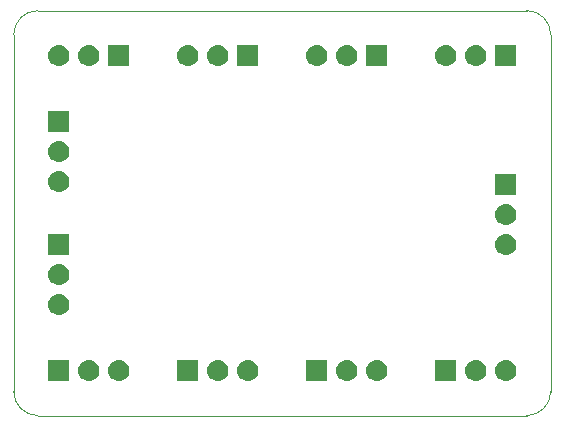
<source format=gbr>
G04 #@! TF.GenerationSoftware,KiCad,Pcbnew,5.1.4-e60b266~84~ubuntu18.04.1*
G04 #@! TF.CreationDate,2019-10-06T14:52:02-04:00*
G04 #@! TF.ProjectId,ds18b20,64733138-6232-4302-9e6b-696361645f70,rev?*
G04 #@! TF.SameCoordinates,Original*
G04 #@! TF.FileFunction,Soldermask,Bot*
G04 #@! TF.FilePolarity,Negative*
%FSLAX46Y46*%
G04 Gerber Fmt 4.6, Leading zero omitted, Abs format (unit mm)*
G04 Created by KiCad (PCBNEW 5.1.4-e60b266~84~ubuntu18.04.1) date 2019-10-06 14:52:02*
%MOMM*%
%LPD*%
G04 APERTURE LIST*
%ADD10C,0.050000*%
%ADD11C,0.100000*%
G04 APERTURE END LIST*
D10*
X89154000Y-22860000D02*
G75*
G02X91186000Y-24892000I0J-2032000D01*
G01*
X91186000Y-55118000D02*
G75*
G02X89154000Y-57150000I-2032000J0D01*
G01*
X47752000Y-57150000D02*
G75*
G02X45720000Y-55118000I0J2032000D01*
G01*
X45720000Y-24892000D02*
G75*
G02X47752000Y-22860000I2032000J0D01*
G01*
X47752000Y-22860000D02*
X48260000Y-22860000D01*
X45720000Y-55118000D02*
X45720000Y-24892000D01*
X89154000Y-57150000D02*
X47752000Y-57150000D01*
X91186000Y-24892000D02*
X91186000Y-55118000D01*
X48260000Y-22860000D02*
X89154000Y-22860000D01*
D11*
G36*
X63102443Y-52445519D02*
G01*
X63168627Y-52452037D01*
X63338466Y-52503557D01*
X63494991Y-52587222D01*
X63530729Y-52616552D01*
X63632186Y-52699814D01*
X63715448Y-52801271D01*
X63744778Y-52837009D01*
X63828443Y-52993534D01*
X63879963Y-53163373D01*
X63897359Y-53340000D01*
X63879963Y-53516627D01*
X63828443Y-53686466D01*
X63744778Y-53842991D01*
X63715448Y-53878729D01*
X63632186Y-53980186D01*
X63530729Y-54063448D01*
X63494991Y-54092778D01*
X63338466Y-54176443D01*
X63168627Y-54227963D01*
X63102442Y-54234482D01*
X63036260Y-54241000D01*
X62947740Y-54241000D01*
X62881558Y-54234482D01*
X62815373Y-54227963D01*
X62645534Y-54176443D01*
X62489009Y-54092778D01*
X62453271Y-54063448D01*
X62351814Y-53980186D01*
X62268552Y-53878729D01*
X62239222Y-53842991D01*
X62155557Y-53686466D01*
X62104037Y-53516627D01*
X62086641Y-53340000D01*
X62104037Y-53163373D01*
X62155557Y-52993534D01*
X62239222Y-52837009D01*
X62268552Y-52801271D01*
X62351814Y-52699814D01*
X62453271Y-52616552D01*
X62489009Y-52587222D01*
X62645534Y-52503557D01*
X62815373Y-52452037D01*
X62881558Y-52445518D01*
X62947740Y-52439000D01*
X63036260Y-52439000D01*
X63102443Y-52445519D01*
X63102443Y-52445519D01*
G37*
G36*
X83197000Y-54241000D02*
G01*
X81395000Y-54241000D01*
X81395000Y-52439000D01*
X83197000Y-52439000D01*
X83197000Y-54241000D01*
X83197000Y-54241000D01*
G37*
G36*
X84946443Y-52445519D02*
G01*
X85012627Y-52452037D01*
X85182466Y-52503557D01*
X85338991Y-52587222D01*
X85374729Y-52616552D01*
X85476186Y-52699814D01*
X85559448Y-52801271D01*
X85588778Y-52837009D01*
X85672443Y-52993534D01*
X85723963Y-53163373D01*
X85741359Y-53340000D01*
X85723963Y-53516627D01*
X85672443Y-53686466D01*
X85588778Y-53842991D01*
X85559448Y-53878729D01*
X85476186Y-53980186D01*
X85374729Y-54063448D01*
X85338991Y-54092778D01*
X85182466Y-54176443D01*
X85012627Y-54227963D01*
X84946442Y-54234482D01*
X84880260Y-54241000D01*
X84791740Y-54241000D01*
X84725558Y-54234482D01*
X84659373Y-54227963D01*
X84489534Y-54176443D01*
X84333009Y-54092778D01*
X84297271Y-54063448D01*
X84195814Y-53980186D01*
X84112552Y-53878729D01*
X84083222Y-53842991D01*
X83999557Y-53686466D01*
X83948037Y-53516627D01*
X83930641Y-53340000D01*
X83948037Y-53163373D01*
X83999557Y-52993534D01*
X84083222Y-52837009D01*
X84112552Y-52801271D01*
X84195814Y-52699814D01*
X84297271Y-52616552D01*
X84333009Y-52587222D01*
X84489534Y-52503557D01*
X84659373Y-52452037D01*
X84725558Y-52445518D01*
X84791740Y-52439000D01*
X84880260Y-52439000D01*
X84946443Y-52445519D01*
X84946443Y-52445519D01*
G37*
G36*
X87486443Y-52445519D02*
G01*
X87552627Y-52452037D01*
X87722466Y-52503557D01*
X87878991Y-52587222D01*
X87914729Y-52616552D01*
X88016186Y-52699814D01*
X88099448Y-52801271D01*
X88128778Y-52837009D01*
X88212443Y-52993534D01*
X88263963Y-53163373D01*
X88281359Y-53340000D01*
X88263963Y-53516627D01*
X88212443Y-53686466D01*
X88128778Y-53842991D01*
X88099448Y-53878729D01*
X88016186Y-53980186D01*
X87914729Y-54063448D01*
X87878991Y-54092778D01*
X87722466Y-54176443D01*
X87552627Y-54227963D01*
X87486442Y-54234482D01*
X87420260Y-54241000D01*
X87331740Y-54241000D01*
X87265558Y-54234482D01*
X87199373Y-54227963D01*
X87029534Y-54176443D01*
X86873009Y-54092778D01*
X86837271Y-54063448D01*
X86735814Y-53980186D01*
X86652552Y-53878729D01*
X86623222Y-53842991D01*
X86539557Y-53686466D01*
X86488037Y-53516627D01*
X86470641Y-53340000D01*
X86488037Y-53163373D01*
X86539557Y-52993534D01*
X86623222Y-52837009D01*
X86652552Y-52801271D01*
X86735814Y-52699814D01*
X86837271Y-52616552D01*
X86873009Y-52587222D01*
X87029534Y-52503557D01*
X87199373Y-52452037D01*
X87265558Y-52445518D01*
X87331740Y-52439000D01*
X87420260Y-52439000D01*
X87486443Y-52445519D01*
X87486443Y-52445519D01*
G37*
G36*
X65642443Y-52445519D02*
G01*
X65708627Y-52452037D01*
X65878466Y-52503557D01*
X66034991Y-52587222D01*
X66070729Y-52616552D01*
X66172186Y-52699814D01*
X66255448Y-52801271D01*
X66284778Y-52837009D01*
X66368443Y-52993534D01*
X66419963Y-53163373D01*
X66437359Y-53340000D01*
X66419963Y-53516627D01*
X66368443Y-53686466D01*
X66284778Y-53842991D01*
X66255448Y-53878729D01*
X66172186Y-53980186D01*
X66070729Y-54063448D01*
X66034991Y-54092778D01*
X65878466Y-54176443D01*
X65708627Y-54227963D01*
X65642442Y-54234482D01*
X65576260Y-54241000D01*
X65487740Y-54241000D01*
X65421558Y-54234482D01*
X65355373Y-54227963D01*
X65185534Y-54176443D01*
X65029009Y-54092778D01*
X64993271Y-54063448D01*
X64891814Y-53980186D01*
X64808552Y-53878729D01*
X64779222Y-53842991D01*
X64695557Y-53686466D01*
X64644037Y-53516627D01*
X64626641Y-53340000D01*
X64644037Y-53163373D01*
X64695557Y-52993534D01*
X64779222Y-52837009D01*
X64808552Y-52801271D01*
X64891814Y-52699814D01*
X64993271Y-52616552D01*
X65029009Y-52587222D01*
X65185534Y-52503557D01*
X65355373Y-52452037D01*
X65421558Y-52445518D01*
X65487740Y-52439000D01*
X65576260Y-52439000D01*
X65642443Y-52445519D01*
X65642443Y-52445519D01*
G37*
G36*
X61353000Y-54241000D02*
G01*
X59551000Y-54241000D01*
X59551000Y-52439000D01*
X61353000Y-52439000D01*
X61353000Y-54241000D01*
X61353000Y-54241000D01*
G37*
G36*
X50431000Y-54241000D02*
G01*
X48629000Y-54241000D01*
X48629000Y-52439000D01*
X50431000Y-52439000D01*
X50431000Y-54241000D01*
X50431000Y-54241000D01*
G37*
G36*
X52180443Y-52445519D02*
G01*
X52246627Y-52452037D01*
X52416466Y-52503557D01*
X52572991Y-52587222D01*
X52608729Y-52616552D01*
X52710186Y-52699814D01*
X52793448Y-52801271D01*
X52822778Y-52837009D01*
X52906443Y-52993534D01*
X52957963Y-53163373D01*
X52975359Y-53340000D01*
X52957963Y-53516627D01*
X52906443Y-53686466D01*
X52822778Y-53842991D01*
X52793448Y-53878729D01*
X52710186Y-53980186D01*
X52608729Y-54063448D01*
X52572991Y-54092778D01*
X52416466Y-54176443D01*
X52246627Y-54227963D01*
X52180442Y-54234482D01*
X52114260Y-54241000D01*
X52025740Y-54241000D01*
X51959558Y-54234482D01*
X51893373Y-54227963D01*
X51723534Y-54176443D01*
X51567009Y-54092778D01*
X51531271Y-54063448D01*
X51429814Y-53980186D01*
X51346552Y-53878729D01*
X51317222Y-53842991D01*
X51233557Y-53686466D01*
X51182037Y-53516627D01*
X51164641Y-53340000D01*
X51182037Y-53163373D01*
X51233557Y-52993534D01*
X51317222Y-52837009D01*
X51346552Y-52801271D01*
X51429814Y-52699814D01*
X51531271Y-52616552D01*
X51567009Y-52587222D01*
X51723534Y-52503557D01*
X51893373Y-52452037D01*
X51959558Y-52445518D01*
X52025740Y-52439000D01*
X52114260Y-52439000D01*
X52180443Y-52445519D01*
X52180443Y-52445519D01*
G37*
G36*
X54720443Y-52445519D02*
G01*
X54786627Y-52452037D01*
X54956466Y-52503557D01*
X55112991Y-52587222D01*
X55148729Y-52616552D01*
X55250186Y-52699814D01*
X55333448Y-52801271D01*
X55362778Y-52837009D01*
X55446443Y-52993534D01*
X55497963Y-53163373D01*
X55515359Y-53340000D01*
X55497963Y-53516627D01*
X55446443Y-53686466D01*
X55362778Y-53842991D01*
X55333448Y-53878729D01*
X55250186Y-53980186D01*
X55148729Y-54063448D01*
X55112991Y-54092778D01*
X54956466Y-54176443D01*
X54786627Y-54227963D01*
X54720442Y-54234482D01*
X54654260Y-54241000D01*
X54565740Y-54241000D01*
X54499558Y-54234482D01*
X54433373Y-54227963D01*
X54263534Y-54176443D01*
X54107009Y-54092778D01*
X54071271Y-54063448D01*
X53969814Y-53980186D01*
X53886552Y-53878729D01*
X53857222Y-53842991D01*
X53773557Y-53686466D01*
X53722037Y-53516627D01*
X53704641Y-53340000D01*
X53722037Y-53163373D01*
X53773557Y-52993534D01*
X53857222Y-52837009D01*
X53886552Y-52801271D01*
X53969814Y-52699814D01*
X54071271Y-52616552D01*
X54107009Y-52587222D01*
X54263534Y-52503557D01*
X54433373Y-52452037D01*
X54499558Y-52445518D01*
X54565740Y-52439000D01*
X54654260Y-52439000D01*
X54720443Y-52445519D01*
X54720443Y-52445519D01*
G37*
G36*
X76564443Y-52445519D02*
G01*
X76630627Y-52452037D01*
X76800466Y-52503557D01*
X76956991Y-52587222D01*
X76992729Y-52616552D01*
X77094186Y-52699814D01*
X77177448Y-52801271D01*
X77206778Y-52837009D01*
X77290443Y-52993534D01*
X77341963Y-53163373D01*
X77359359Y-53340000D01*
X77341963Y-53516627D01*
X77290443Y-53686466D01*
X77206778Y-53842991D01*
X77177448Y-53878729D01*
X77094186Y-53980186D01*
X76992729Y-54063448D01*
X76956991Y-54092778D01*
X76800466Y-54176443D01*
X76630627Y-54227963D01*
X76564442Y-54234482D01*
X76498260Y-54241000D01*
X76409740Y-54241000D01*
X76343558Y-54234482D01*
X76277373Y-54227963D01*
X76107534Y-54176443D01*
X75951009Y-54092778D01*
X75915271Y-54063448D01*
X75813814Y-53980186D01*
X75730552Y-53878729D01*
X75701222Y-53842991D01*
X75617557Y-53686466D01*
X75566037Y-53516627D01*
X75548641Y-53340000D01*
X75566037Y-53163373D01*
X75617557Y-52993534D01*
X75701222Y-52837009D01*
X75730552Y-52801271D01*
X75813814Y-52699814D01*
X75915271Y-52616552D01*
X75951009Y-52587222D01*
X76107534Y-52503557D01*
X76277373Y-52452037D01*
X76343558Y-52445518D01*
X76409740Y-52439000D01*
X76498260Y-52439000D01*
X76564443Y-52445519D01*
X76564443Y-52445519D01*
G37*
G36*
X74024443Y-52445519D02*
G01*
X74090627Y-52452037D01*
X74260466Y-52503557D01*
X74416991Y-52587222D01*
X74452729Y-52616552D01*
X74554186Y-52699814D01*
X74637448Y-52801271D01*
X74666778Y-52837009D01*
X74750443Y-52993534D01*
X74801963Y-53163373D01*
X74819359Y-53340000D01*
X74801963Y-53516627D01*
X74750443Y-53686466D01*
X74666778Y-53842991D01*
X74637448Y-53878729D01*
X74554186Y-53980186D01*
X74452729Y-54063448D01*
X74416991Y-54092778D01*
X74260466Y-54176443D01*
X74090627Y-54227963D01*
X74024442Y-54234482D01*
X73958260Y-54241000D01*
X73869740Y-54241000D01*
X73803558Y-54234482D01*
X73737373Y-54227963D01*
X73567534Y-54176443D01*
X73411009Y-54092778D01*
X73375271Y-54063448D01*
X73273814Y-53980186D01*
X73190552Y-53878729D01*
X73161222Y-53842991D01*
X73077557Y-53686466D01*
X73026037Y-53516627D01*
X73008641Y-53340000D01*
X73026037Y-53163373D01*
X73077557Y-52993534D01*
X73161222Y-52837009D01*
X73190552Y-52801271D01*
X73273814Y-52699814D01*
X73375271Y-52616552D01*
X73411009Y-52587222D01*
X73567534Y-52503557D01*
X73737373Y-52452037D01*
X73803558Y-52445518D01*
X73869740Y-52439000D01*
X73958260Y-52439000D01*
X74024443Y-52445519D01*
X74024443Y-52445519D01*
G37*
G36*
X72275000Y-54241000D02*
G01*
X70473000Y-54241000D01*
X70473000Y-52439000D01*
X72275000Y-52439000D01*
X72275000Y-54241000D01*
X72275000Y-54241000D01*
G37*
G36*
X49640442Y-46857518D02*
G01*
X49706627Y-46864037D01*
X49876466Y-46915557D01*
X50032991Y-46999222D01*
X50068729Y-47028552D01*
X50170186Y-47111814D01*
X50253448Y-47213271D01*
X50282778Y-47249009D01*
X50366443Y-47405534D01*
X50417963Y-47575373D01*
X50435359Y-47752000D01*
X50417963Y-47928627D01*
X50366443Y-48098466D01*
X50282778Y-48254991D01*
X50253448Y-48290729D01*
X50170186Y-48392186D01*
X50068729Y-48475448D01*
X50032991Y-48504778D01*
X49876466Y-48588443D01*
X49706627Y-48639963D01*
X49640443Y-48646481D01*
X49574260Y-48653000D01*
X49485740Y-48653000D01*
X49419557Y-48646481D01*
X49353373Y-48639963D01*
X49183534Y-48588443D01*
X49027009Y-48504778D01*
X48991271Y-48475448D01*
X48889814Y-48392186D01*
X48806552Y-48290729D01*
X48777222Y-48254991D01*
X48693557Y-48098466D01*
X48642037Y-47928627D01*
X48624641Y-47752000D01*
X48642037Y-47575373D01*
X48693557Y-47405534D01*
X48777222Y-47249009D01*
X48806552Y-47213271D01*
X48889814Y-47111814D01*
X48991271Y-47028552D01*
X49027009Y-46999222D01*
X49183534Y-46915557D01*
X49353373Y-46864037D01*
X49419558Y-46857518D01*
X49485740Y-46851000D01*
X49574260Y-46851000D01*
X49640442Y-46857518D01*
X49640442Y-46857518D01*
G37*
G36*
X49640443Y-44317519D02*
G01*
X49706627Y-44324037D01*
X49876466Y-44375557D01*
X50032991Y-44459222D01*
X50068729Y-44488552D01*
X50170186Y-44571814D01*
X50253448Y-44673271D01*
X50282778Y-44709009D01*
X50366443Y-44865534D01*
X50417963Y-45035373D01*
X50435359Y-45212000D01*
X50417963Y-45388627D01*
X50366443Y-45558466D01*
X50282778Y-45714991D01*
X50253448Y-45750729D01*
X50170186Y-45852186D01*
X50068729Y-45935448D01*
X50032991Y-45964778D01*
X49876466Y-46048443D01*
X49706627Y-46099963D01*
X49640442Y-46106482D01*
X49574260Y-46113000D01*
X49485740Y-46113000D01*
X49419558Y-46106482D01*
X49353373Y-46099963D01*
X49183534Y-46048443D01*
X49027009Y-45964778D01*
X48991271Y-45935448D01*
X48889814Y-45852186D01*
X48806552Y-45750729D01*
X48777222Y-45714991D01*
X48693557Y-45558466D01*
X48642037Y-45388627D01*
X48624641Y-45212000D01*
X48642037Y-45035373D01*
X48693557Y-44865534D01*
X48777222Y-44709009D01*
X48806552Y-44673271D01*
X48889814Y-44571814D01*
X48991271Y-44488552D01*
X49027009Y-44459222D01*
X49183534Y-44375557D01*
X49353373Y-44324037D01*
X49419557Y-44317519D01*
X49485740Y-44311000D01*
X49574260Y-44311000D01*
X49640443Y-44317519D01*
X49640443Y-44317519D01*
G37*
G36*
X50431000Y-43573000D02*
G01*
X48629000Y-43573000D01*
X48629000Y-41771000D01*
X50431000Y-41771000D01*
X50431000Y-43573000D01*
X50431000Y-43573000D01*
G37*
G36*
X87486443Y-41777519D02*
G01*
X87552627Y-41784037D01*
X87722466Y-41835557D01*
X87878991Y-41919222D01*
X87914729Y-41948552D01*
X88016186Y-42031814D01*
X88099448Y-42133271D01*
X88128778Y-42169009D01*
X88212443Y-42325534D01*
X88263963Y-42495373D01*
X88281359Y-42672000D01*
X88263963Y-42848627D01*
X88212443Y-43018466D01*
X88128778Y-43174991D01*
X88099448Y-43210729D01*
X88016186Y-43312186D01*
X87914729Y-43395448D01*
X87878991Y-43424778D01*
X87722466Y-43508443D01*
X87552627Y-43559963D01*
X87486443Y-43566481D01*
X87420260Y-43573000D01*
X87331740Y-43573000D01*
X87265557Y-43566481D01*
X87199373Y-43559963D01*
X87029534Y-43508443D01*
X86873009Y-43424778D01*
X86837271Y-43395448D01*
X86735814Y-43312186D01*
X86652552Y-43210729D01*
X86623222Y-43174991D01*
X86539557Y-43018466D01*
X86488037Y-42848627D01*
X86470641Y-42672000D01*
X86488037Y-42495373D01*
X86539557Y-42325534D01*
X86623222Y-42169009D01*
X86652552Y-42133271D01*
X86735814Y-42031814D01*
X86837271Y-41948552D01*
X86873009Y-41919222D01*
X87029534Y-41835557D01*
X87199373Y-41784037D01*
X87265557Y-41777519D01*
X87331740Y-41771000D01*
X87420260Y-41771000D01*
X87486443Y-41777519D01*
X87486443Y-41777519D01*
G37*
G36*
X87486443Y-39237519D02*
G01*
X87552627Y-39244037D01*
X87722466Y-39295557D01*
X87878991Y-39379222D01*
X87914729Y-39408552D01*
X88016186Y-39491814D01*
X88099448Y-39593271D01*
X88128778Y-39629009D01*
X88212443Y-39785534D01*
X88263963Y-39955373D01*
X88281359Y-40132000D01*
X88263963Y-40308627D01*
X88212443Y-40478466D01*
X88128778Y-40634991D01*
X88099448Y-40670729D01*
X88016186Y-40772186D01*
X87914729Y-40855448D01*
X87878991Y-40884778D01*
X87722466Y-40968443D01*
X87552627Y-41019963D01*
X87486443Y-41026481D01*
X87420260Y-41033000D01*
X87331740Y-41033000D01*
X87265557Y-41026481D01*
X87199373Y-41019963D01*
X87029534Y-40968443D01*
X86873009Y-40884778D01*
X86837271Y-40855448D01*
X86735814Y-40772186D01*
X86652552Y-40670729D01*
X86623222Y-40634991D01*
X86539557Y-40478466D01*
X86488037Y-40308627D01*
X86470641Y-40132000D01*
X86488037Y-39955373D01*
X86539557Y-39785534D01*
X86623222Y-39629009D01*
X86652552Y-39593271D01*
X86735814Y-39491814D01*
X86837271Y-39408552D01*
X86873009Y-39379222D01*
X87029534Y-39295557D01*
X87199373Y-39244037D01*
X87265557Y-39237519D01*
X87331740Y-39231000D01*
X87420260Y-39231000D01*
X87486443Y-39237519D01*
X87486443Y-39237519D01*
G37*
G36*
X88277000Y-38493000D02*
G01*
X86475000Y-38493000D01*
X86475000Y-36691000D01*
X88277000Y-36691000D01*
X88277000Y-38493000D01*
X88277000Y-38493000D01*
G37*
G36*
X49640442Y-36443518D02*
G01*
X49706627Y-36450037D01*
X49876466Y-36501557D01*
X50032991Y-36585222D01*
X50068729Y-36614552D01*
X50170186Y-36697814D01*
X50253448Y-36799271D01*
X50282778Y-36835009D01*
X50366443Y-36991534D01*
X50417963Y-37161373D01*
X50435359Y-37338000D01*
X50417963Y-37514627D01*
X50366443Y-37684466D01*
X50282778Y-37840991D01*
X50253448Y-37876729D01*
X50170186Y-37978186D01*
X50068729Y-38061448D01*
X50032991Y-38090778D01*
X49876466Y-38174443D01*
X49706627Y-38225963D01*
X49640443Y-38232481D01*
X49574260Y-38239000D01*
X49485740Y-38239000D01*
X49419557Y-38232481D01*
X49353373Y-38225963D01*
X49183534Y-38174443D01*
X49027009Y-38090778D01*
X48991271Y-38061448D01*
X48889814Y-37978186D01*
X48806552Y-37876729D01*
X48777222Y-37840991D01*
X48693557Y-37684466D01*
X48642037Y-37514627D01*
X48624641Y-37338000D01*
X48642037Y-37161373D01*
X48693557Y-36991534D01*
X48777222Y-36835009D01*
X48806552Y-36799271D01*
X48889814Y-36697814D01*
X48991271Y-36614552D01*
X49027009Y-36585222D01*
X49183534Y-36501557D01*
X49353373Y-36450037D01*
X49419558Y-36443518D01*
X49485740Y-36437000D01*
X49574260Y-36437000D01*
X49640442Y-36443518D01*
X49640442Y-36443518D01*
G37*
G36*
X49640443Y-33903519D02*
G01*
X49706627Y-33910037D01*
X49876466Y-33961557D01*
X50032991Y-34045222D01*
X50068729Y-34074552D01*
X50170186Y-34157814D01*
X50253448Y-34259271D01*
X50282778Y-34295009D01*
X50366443Y-34451534D01*
X50417963Y-34621373D01*
X50435359Y-34798000D01*
X50417963Y-34974627D01*
X50366443Y-35144466D01*
X50282778Y-35300991D01*
X50253448Y-35336729D01*
X50170186Y-35438186D01*
X50068729Y-35521448D01*
X50032991Y-35550778D01*
X49876466Y-35634443D01*
X49706627Y-35685963D01*
X49640442Y-35692482D01*
X49574260Y-35699000D01*
X49485740Y-35699000D01*
X49419558Y-35692482D01*
X49353373Y-35685963D01*
X49183534Y-35634443D01*
X49027009Y-35550778D01*
X48991271Y-35521448D01*
X48889814Y-35438186D01*
X48806552Y-35336729D01*
X48777222Y-35300991D01*
X48693557Y-35144466D01*
X48642037Y-34974627D01*
X48624641Y-34798000D01*
X48642037Y-34621373D01*
X48693557Y-34451534D01*
X48777222Y-34295009D01*
X48806552Y-34259271D01*
X48889814Y-34157814D01*
X48991271Y-34074552D01*
X49027009Y-34045222D01*
X49183534Y-33961557D01*
X49353373Y-33910037D01*
X49419557Y-33903519D01*
X49485740Y-33897000D01*
X49574260Y-33897000D01*
X49640443Y-33903519D01*
X49640443Y-33903519D01*
G37*
G36*
X50431000Y-33159000D02*
G01*
X48629000Y-33159000D01*
X48629000Y-31357000D01*
X50431000Y-31357000D01*
X50431000Y-33159000D01*
X50431000Y-33159000D01*
G37*
G36*
X60562442Y-25775518D02*
G01*
X60628627Y-25782037D01*
X60798466Y-25833557D01*
X60954991Y-25917222D01*
X60990729Y-25946552D01*
X61092186Y-26029814D01*
X61175448Y-26131271D01*
X61204778Y-26167009D01*
X61288443Y-26323534D01*
X61339963Y-26493373D01*
X61357359Y-26670000D01*
X61339963Y-26846627D01*
X61288443Y-27016466D01*
X61204778Y-27172991D01*
X61175448Y-27208729D01*
X61092186Y-27310186D01*
X60990729Y-27393448D01*
X60954991Y-27422778D01*
X60798466Y-27506443D01*
X60628627Y-27557963D01*
X60562442Y-27564482D01*
X60496260Y-27571000D01*
X60407740Y-27571000D01*
X60341558Y-27564482D01*
X60275373Y-27557963D01*
X60105534Y-27506443D01*
X59949009Y-27422778D01*
X59913271Y-27393448D01*
X59811814Y-27310186D01*
X59728552Y-27208729D01*
X59699222Y-27172991D01*
X59615557Y-27016466D01*
X59564037Y-26846627D01*
X59546641Y-26670000D01*
X59564037Y-26493373D01*
X59615557Y-26323534D01*
X59699222Y-26167009D01*
X59728552Y-26131271D01*
X59811814Y-26029814D01*
X59913271Y-25946552D01*
X59949009Y-25917222D01*
X60105534Y-25833557D01*
X60275373Y-25782037D01*
X60341557Y-25775519D01*
X60407740Y-25769000D01*
X60496260Y-25769000D01*
X60562442Y-25775518D01*
X60562442Y-25775518D01*
G37*
G36*
X88277000Y-27571000D02*
G01*
X86475000Y-27571000D01*
X86475000Y-25769000D01*
X88277000Y-25769000D01*
X88277000Y-27571000D01*
X88277000Y-27571000D01*
G37*
G36*
X84946442Y-25775518D02*
G01*
X85012627Y-25782037D01*
X85182466Y-25833557D01*
X85338991Y-25917222D01*
X85374729Y-25946552D01*
X85476186Y-26029814D01*
X85559448Y-26131271D01*
X85588778Y-26167009D01*
X85672443Y-26323534D01*
X85723963Y-26493373D01*
X85741359Y-26670000D01*
X85723963Y-26846627D01*
X85672443Y-27016466D01*
X85588778Y-27172991D01*
X85559448Y-27208729D01*
X85476186Y-27310186D01*
X85374729Y-27393448D01*
X85338991Y-27422778D01*
X85182466Y-27506443D01*
X85012627Y-27557963D01*
X84946442Y-27564482D01*
X84880260Y-27571000D01*
X84791740Y-27571000D01*
X84725558Y-27564482D01*
X84659373Y-27557963D01*
X84489534Y-27506443D01*
X84333009Y-27422778D01*
X84297271Y-27393448D01*
X84195814Y-27310186D01*
X84112552Y-27208729D01*
X84083222Y-27172991D01*
X83999557Y-27016466D01*
X83948037Y-26846627D01*
X83930641Y-26670000D01*
X83948037Y-26493373D01*
X83999557Y-26323534D01*
X84083222Y-26167009D01*
X84112552Y-26131271D01*
X84195814Y-26029814D01*
X84297271Y-25946552D01*
X84333009Y-25917222D01*
X84489534Y-25833557D01*
X84659373Y-25782037D01*
X84725557Y-25775519D01*
X84791740Y-25769000D01*
X84880260Y-25769000D01*
X84946442Y-25775518D01*
X84946442Y-25775518D01*
G37*
G36*
X82406442Y-25775518D02*
G01*
X82472627Y-25782037D01*
X82642466Y-25833557D01*
X82798991Y-25917222D01*
X82834729Y-25946552D01*
X82936186Y-26029814D01*
X83019448Y-26131271D01*
X83048778Y-26167009D01*
X83132443Y-26323534D01*
X83183963Y-26493373D01*
X83201359Y-26670000D01*
X83183963Y-26846627D01*
X83132443Y-27016466D01*
X83048778Y-27172991D01*
X83019448Y-27208729D01*
X82936186Y-27310186D01*
X82834729Y-27393448D01*
X82798991Y-27422778D01*
X82642466Y-27506443D01*
X82472627Y-27557963D01*
X82406442Y-27564482D01*
X82340260Y-27571000D01*
X82251740Y-27571000D01*
X82185558Y-27564482D01*
X82119373Y-27557963D01*
X81949534Y-27506443D01*
X81793009Y-27422778D01*
X81757271Y-27393448D01*
X81655814Y-27310186D01*
X81572552Y-27208729D01*
X81543222Y-27172991D01*
X81459557Y-27016466D01*
X81408037Y-26846627D01*
X81390641Y-26670000D01*
X81408037Y-26493373D01*
X81459557Y-26323534D01*
X81543222Y-26167009D01*
X81572552Y-26131271D01*
X81655814Y-26029814D01*
X81757271Y-25946552D01*
X81793009Y-25917222D01*
X81949534Y-25833557D01*
X82119373Y-25782037D01*
X82185557Y-25775519D01*
X82251740Y-25769000D01*
X82340260Y-25769000D01*
X82406442Y-25775518D01*
X82406442Y-25775518D01*
G37*
G36*
X77355000Y-27571000D02*
G01*
X75553000Y-27571000D01*
X75553000Y-25769000D01*
X77355000Y-25769000D01*
X77355000Y-27571000D01*
X77355000Y-27571000D01*
G37*
G36*
X74024442Y-25775518D02*
G01*
X74090627Y-25782037D01*
X74260466Y-25833557D01*
X74416991Y-25917222D01*
X74452729Y-25946552D01*
X74554186Y-26029814D01*
X74637448Y-26131271D01*
X74666778Y-26167009D01*
X74750443Y-26323534D01*
X74801963Y-26493373D01*
X74819359Y-26670000D01*
X74801963Y-26846627D01*
X74750443Y-27016466D01*
X74666778Y-27172991D01*
X74637448Y-27208729D01*
X74554186Y-27310186D01*
X74452729Y-27393448D01*
X74416991Y-27422778D01*
X74260466Y-27506443D01*
X74090627Y-27557963D01*
X74024442Y-27564482D01*
X73958260Y-27571000D01*
X73869740Y-27571000D01*
X73803558Y-27564482D01*
X73737373Y-27557963D01*
X73567534Y-27506443D01*
X73411009Y-27422778D01*
X73375271Y-27393448D01*
X73273814Y-27310186D01*
X73190552Y-27208729D01*
X73161222Y-27172991D01*
X73077557Y-27016466D01*
X73026037Y-26846627D01*
X73008641Y-26670000D01*
X73026037Y-26493373D01*
X73077557Y-26323534D01*
X73161222Y-26167009D01*
X73190552Y-26131271D01*
X73273814Y-26029814D01*
X73375271Y-25946552D01*
X73411009Y-25917222D01*
X73567534Y-25833557D01*
X73737373Y-25782037D01*
X73803557Y-25775519D01*
X73869740Y-25769000D01*
X73958260Y-25769000D01*
X74024442Y-25775518D01*
X74024442Y-25775518D01*
G37*
G36*
X71484442Y-25775518D02*
G01*
X71550627Y-25782037D01*
X71720466Y-25833557D01*
X71876991Y-25917222D01*
X71912729Y-25946552D01*
X72014186Y-26029814D01*
X72097448Y-26131271D01*
X72126778Y-26167009D01*
X72210443Y-26323534D01*
X72261963Y-26493373D01*
X72279359Y-26670000D01*
X72261963Y-26846627D01*
X72210443Y-27016466D01*
X72126778Y-27172991D01*
X72097448Y-27208729D01*
X72014186Y-27310186D01*
X71912729Y-27393448D01*
X71876991Y-27422778D01*
X71720466Y-27506443D01*
X71550627Y-27557963D01*
X71484442Y-27564482D01*
X71418260Y-27571000D01*
X71329740Y-27571000D01*
X71263558Y-27564482D01*
X71197373Y-27557963D01*
X71027534Y-27506443D01*
X70871009Y-27422778D01*
X70835271Y-27393448D01*
X70733814Y-27310186D01*
X70650552Y-27208729D01*
X70621222Y-27172991D01*
X70537557Y-27016466D01*
X70486037Y-26846627D01*
X70468641Y-26670000D01*
X70486037Y-26493373D01*
X70537557Y-26323534D01*
X70621222Y-26167009D01*
X70650552Y-26131271D01*
X70733814Y-26029814D01*
X70835271Y-25946552D01*
X70871009Y-25917222D01*
X71027534Y-25833557D01*
X71197373Y-25782037D01*
X71263557Y-25775519D01*
X71329740Y-25769000D01*
X71418260Y-25769000D01*
X71484442Y-25775518D01*
X71484442Y-25775518D01*
G37*
G36*
X66433000Y-27571000D02*
G01*
X64631000Y-27571000D01*
X64631000Y-25769000D01*
X66433000Y-25769000D01*
X66433000Y-27571000D01*
X66433000Y-27571000D01*
G37*
G36*
X63102442Y-25775518D02*
G01*
X63168627Y-25782037D01*
X63338466Y-25833557D01*
X63494991Y-25917222D01*
X63530729Y-25946552D01*
X63632186Y-26029814D01*
X63715448Y-26131271D01*
X63744778Y-26167009D01*
X63828443Y-26323534D01*
X63879963Y-26493373D01*
X63897359Y-26670000D01*
X63879963Y-26846627D01*
X63828443Y-27016466D01*
X63744778Y-27172991D01*
X63715448Y-27208729D01*
X63632186Y-27310186D01*
X63530729Y-27393448D01*
X63494991Y-27422778D01*
X63338466Y-27506443D01*
X63168627Y-27557963D01*
X63102442Y-27564482D01*
X63036260Y-27571000D01*
X62947740Y-27571000D01*
X62881558Y-27564482D01*
X62815373Y-27557963D01*
X62645534Y-27506443D01*
X62489009Y-27422778D01*
X62453271Y-27393448D01*
X62351814Y-27310186D01*
X62268552Y-27208729D01*
X62239222Y-27172991D01*
X62155557Y-27016466D01*
X62104037Y-26846627D01*
X62086641Y-26670000D01*
X62104037Y-26493373D01*
X62155557Y-26323534D01*
X62239222Y-26167009D01*
X62268552Y-26131271D01*
X62351814Y-26029814D01*
X62453271Y-25946552D01*
X62489009Y-25917222D01*
X62645534Y-25833557D01*
X62815373Y-25782037D01*
X62881557Y-25775519D01*
X62947740Y-25769000D01*
X63036260Y-25769000D01*
X63102442Y-25775518D01*
X63102442Y-25775518D01*
G37*
G36*
X55511000Y-27571000D02*
G01*
X53709000Y-27571000D01*
X53709000Y-25769000D01*
X55511000Y-25769000D01*
X55511000Y-27571000D01*
X55511000Y-27571000D01*
G37*
G36*
X52180442Y-25775518D02*
G01*
X52246627Y-25782037D01*
X52416466Y-25833557D01*
X52572991Y-25917222D01*
X52608729Y-25946552D01*
X52710186Y-26029814D01*
X52793448Y-26131271D01*
X52822778Y-26167009D01*
X52906443Y-26323534D01*
X52957963Y-26493373D01*
X52975359Y-26670000D01*
X52957963Y-26846627D01*
X52906443Y-27016466D01*
X52822778Y-27172991D01*
X52793448Y-27208729D01*
X52710186Y-27310186D01*
X52608729Y-27393448D01*
X52572991Y-27422778D01*
X52416466Y-27506443D01*
X52246627Y-27557963D01*
X52180442Y-27564482D01*
X52114260Y-27571000D01*
X52025740Y-27571000D01*
X51959558Y-27564482D01*
X51893373Y-27557963D01*
X51723534Y-27506443D01*
X51567009Y-27422778D01*
X51531271Y-27393448D01*
X51429814Y-27310186D01*
X51346552Y-27208729D01*
X51317222Y-27172991D01*
X51233557Y-27016466D01*
X51182037Y-26846627D01*
X51164641Y-26670000D01*
X51182037Y-26493373D01*
X51233557Y-26323534D01*
X51317222Y-26167009D01*
X51346552Y-26131271D01*
X51429814Y-26029814D01*
X51531271Y-25946552D01*
X51567009Y-25917222D01*
X51723534Y-25833557D01*
X51893373Y-25782037D01*
X51959557Y-25775519D01*
X52025740Y-25769000D01*
X52114260Y-25769000D01*
X52180442Y-25775518D01*
X52180442Y-25775518D01*
G37*
G36*
X49640442Y-25775518D02*
G01*
X49706627Y-25782037D01*
X49876466Y-25833557D01*
X50032991Y-25917222D01*
X50068729Y-25946552D01*
X50170186Y-26029814D01*
X50253448Y-26131271D01*
X50282778Y-26167009D01*
X50366443Y-26323534D01*
X50417963Y-26493373D01*
X50435359Y-26670000D01*
X50417963Y-26846627D01*
X50366443Y-27016466D01*
X50282778Y-27172991D01*
X50253448Y-27208729D01*
X50170186Y-27310186D01*
X50068729Y-27393448D01*
X50032991Y-27422778D01*
X49876466Y-27506443D01*
X49706627Y-27557963D01*
X49640442Y-27564482D01*
X49574260Y-27571000D01*
X49485740Y-27571000D01*
X49419558Y-27564482D01*
X49353373Y-27557963D01*
X49183534Y-27506443D01*
X49027009Y-27422778D01*
X48991271Y-27393448D01*
X48889814Y-27310186D01*
X48806552Y-27208729D01*
X48777222Y-27172991D01*
X48693557Y-27016466D01*
X48642037Y-26846627D01*
X48624641Y-26670000D01*
X48642037Y-26493373D01*
X48693557Y-26323534D01*
X48777222Y-26167009D01*
X48806552Y-26131271D01*
X48889814Y-26029814D01*
X48991271Y-25946552D01*
X49027009Y-25917222D01*
X49183534Y-25833557D01*
X49353373Y-25782037D01*
X49419557Y-25775519D01*
X49485740Y-25769000D01*
X49574260Y-25769000D01*
X49640442Y-25775518D01*
X49640442Y-25775518D01*
G37*
M02*

</source>
